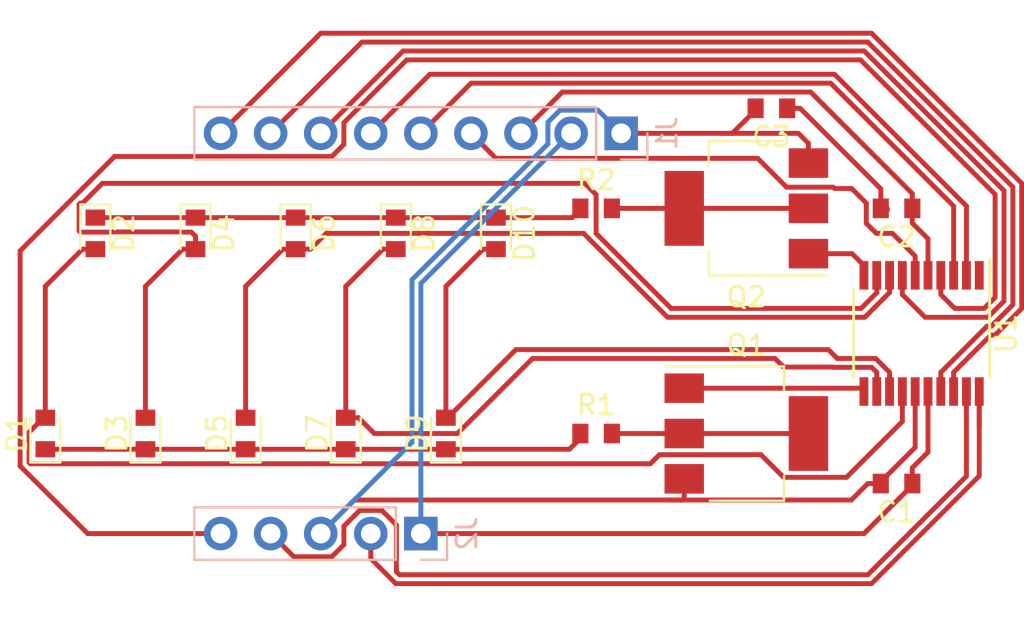
<source format=kicad_pcb>
(kicad_pcb (version 20171130) (host pcbnew "(5.0.0-rc2-dev-620-g5d71153ea)")

  (general
    (thickness 1.6)
    (drawings 0)
    (tracks 221)
    (zones 0)
    (modules 20)
    (nets 26)
  )

  (page A4)
  (layers
    (0 F.Cu signal)
    (31 B.Cu signal)
    (32 B.Adhes user)
    (33 F.Adhes user)
    (34 B.Paste user)
    (35 F.Paste user)
    (36 B.SilkS user)
    (37 F.SilkS user)
    (38 B.Mask user)
    (39 F.Mask user)
    (40 Dwgs.User user)
    (41 Cmts.User user)
    (42 Eco1.User user)
    (43 Eco2.User user)
    (44 Edge.Cuts user)
    (45 Margin user)
    (46 B.CrtYd user)
    (47 F.CrtYd user)
    (48 B.Fab user)
    (49 F.Fab user)
  )

  (setup
    (last_trace_width 0.25)
    (trace_clearance 0.2)
    (zone_clearance 0.508)
    (zone_45_only no)
    (trace_min 0.2)
    (segment_width 0.2)
    (edge_width 0.1)
    (via_size 0.8)
    (via_drill 0.4)
    (via_min_size 0.4)
    (via_min_drill 0.3)
    (uvia_size 0.3)
    (uvia_drill 0.1)
    (uvias_allowed no)
    (uvia_min_size 0.2)
    (uvia_min_drill 0.1)
    (pcb_text_width 0.3)
    (pcb_text_size 1.5 1.5)
    (mod_edge_width 0.15)
    (mod_text_size 1 1)
    (mod_text_width 0.15)
    (pad_size 1.5 1.5)
    (pad_drill 0.6)
    (pad_to_mask_clearance 0)
    (aux_axis_origin 0 0)
    (grid_origin 100.33 87.63)
    (visible_elements FFFFFF7F)
    (pcbplotparams
      (layerselection 0x010fc_ffffffff)
      (usegerberextensions false)
      (usegerberattributes false)
      (usegerberadvancedattributes false)
      (creategerberjobfile false)
      (excludeedgelayer true)
      (linewidth 0.100000)
      (plotframeref false)
      (viasonmask false)
      (mode 1)
      (useauxorigin false)
      (hpglpennumber 1)
      (hpglpenspeed 20)
      (hpglpendiameter 15)
      (psnegative false)
      (psa4output false)
      (plotreference true)
      (plotvalue true)
      (plotinvisibletext false)
      (padsonsilk false)
      (subtractmaskfromsilk false)
      (outputformat 1)
      (mirror false)
      (drillshape 1)
      (scaleselection 1)
      (outputdirectory ""))
  )

  (net 0 "")
  (net 1 /led_matrix/gnd_odd)
  (net 2 GND)
  (net 3 /led_matrix/gnd_even)
  (net 4 /led_matrix/led_01)
  (net 5 /led_matrix/led_23)
  (net 6 /led_matrix/led_45)
  (net 7 /led_matrix/led_67)
  (net 8 /led_matrix/led_89)
  (net 9 "Net-(U1-Pad1)")
  (net 10 "Net-(Q1-Pad1)")
  (net 11 "Net-(Q2-Pad1)")
  (net 12 "Net-(Q1-Pad2)")
  (net 13 "Net-(Q2-Pad2)")
  (net 14 "Net-(J2-Pad2)")
  (net 15 "Net-(J2-Pad4)")
  (net 16 "Net-(J1-Pad4)")
  (net 17 "Net-(J1-Pad5)")
  (net 18 VDD)
  (net 19 "Net-(J1-Pad6)")
  (net 20 VDDA)
  (net 21 "Net-(J2-Pad5)")
  (net 22 "Net-(C2-Pad2)")
  (net 23 "Net-(J1-Pad7)")
  (net 24 "Net-(J1-Pad8)")
  (net 25 "Net-(J1-Pad9)")

  (net_class Default "This is the default net class."
    (clearance 0.2)
    (trace_width 0.25)
    (via_dia 0.8)
    (via_drill 0.4)
    (uvia_dia 0.3)
    (uvia_drill 0.1)
    (add_net /led_matrix/gnd_even)
    (add_net /led_matrix/gnd_odd)
    (add_net /led_matrix/led_01)
    (add_net /led_matrix/led_23)
    (add_net /led_matrix/led_45)
    (add_net /led_matrix/led_67)
    (add_net /led_matrix/led_89)
    (add_net GND)
    (add_net "Net-(C2-Pad2)")
    (add_net "Net-(J1-Pad4)")
    (add_net "Net-(J1-Pad5)")
    (add_net "Net-(J1-Pad6)")
    (add_net "Net-(J1-Pad7)")
    (add_net "Net-(J1-Pad8)")
    (add_net "Net-(J1-Pad9)")
    (add_net "Net-(J2-Pad2)")
    (add_net "Net-(J2-Pad4)")
    (add_net "Net-(J2-Pad5)")
    (add_net "Net-(Q1-Pad1)")
    (add_net "Net-(Q1-Pad2)")
    (add_net "Net-(Q2-Pad1)")
    (add_net "Net-(Q2-Pad2)")
    (add_net "Net-(U1-Pad1)")
    (add_net VDD)
    (add_net VDDA)
  )

  (module Connector_PinHeader_2.54mm:PinHeader_1x05_P2.54mm_Vertical (layer B.Cu) (tedit 59FED5CC) (tstamp 5AEAB081)
    (at 120.65 97.79 90)
    (descr "Through hole straight pin header, 1x05, 2.54mm pitch, single row")
    (tags "Through hole pin header THT 1x05 2.54mm single row")
    (path /5AE7B4F9)
    (fp_text reference J2 (at 0 2.33 90) (layer B.SilkS)
      (effects (font (size 1 1) (thickness 0.15)) (justify mirror))
    )
    (fp_text value STM32_SWD (at 0 -12.49 90) (layer B.Fab)
      (effects (font (size 1 1) (thickness 0.15)) (justify mirror))
    )
    (fp_line (start -0.635 1.27) (end 1.27 1.27) (layer B.Fab) (width 0.1))
    (fp_line (start 1.27 1.27) (end 1.27 -11.43) (layer B.Fab) (width 0.1))
    (fp_line (start 1.27 -11.43) (end -1.27 -11.43) (layer B.Fab) (width 0.1))
    (fp_line (start -1.27 -11.43) (end -1.27 0.635) (layer B.Fab) (width 0.1))
    (fp_line (start -1.27 0.635) (end -0.635 1.27) (layer B.Fab) (width 0.1))
    (fp_line (start -1.33 -11.49) (end 1.33 -11.49) (layer B.SilkS) (width 0.12))
    (fp_line (start -1.33 -1.27) (end -1.33 -11.49) (layer B.SilkS) (width 0.12))
    (fp_line (start 1.33 -1.27) (end 1.33 -11.49) (layer B.SilkS) (width 0.12))
    (fp_line (start -1.33 -1.27) (end 1.33 -1.27) (layer B.SilkS) (width 0.12))
    (fp_line (start -1.33 0) (end -1.33 1.33) (layer B.SilkS) (width 0.12))
    (fp_line (start -1.33 1.33) (end 0 1.33) (layer B.SilkS) (width 0.12))
    (fp_line (start -1.8 1.8) (end -1.8 -11.95) (layer B.CrtYd) (width 0.05))
    (fp_line (start -1.8 -11.95) (end 1.8 -11.95) (layer B.CrtYd) (width 0.05))
    (fp_line (start 1.8 -11.95) (end 1.8 1.8) (layer B.CrtYd) (width 0.05))
    (fp_line (start 1.8 1.8) (end -1.8 1.8) (layer B.CrtYd) (width 0.05))
    (fp_text user %R (at 0 -5.08) (layer B.Fab)
      (effects (font (size 1 1) (thickness 0.15)) (justify mirror))
    )
    (pad 1 thru_hole rect (at 0 0 90) (size 1.7 1.7) (drill 1) (layers *.Cu *.Mask)
      (net 18 VDD))
    (pad 2 thru_hole oval (at 0 -2.54 90) (size 1.7 1.7) (drill 1) (layers *.Cu *.Mask)
      (net 14 "Net-(J2-Pad2)"))
    (pad 3 thru_hole oval (at 0 -5.08 90) (size 1.7 1.7) (drill 1) (layers *.Cu *.Mask)
      (net 2 GND))
    (pad 4 thru_hole oval (at 0 -7.62 90) (size 1.7 1.7) (drill 1) (layers *.Cu *.Mask)
      (net 15 "Net-(J2-Pad4)"))
    (pad 5 thru_hole oval (at 0 -10.16 90) (size 1.7 1.7) (drill 1) (layers *.Cu *.Mask)
      (net 21 "Net-(J2-Pad5)"))
    (model ${KISYS3DMOD}/Connector_PinHeader_2.54mm.3dshapes/PinHeader_1x05_P2.54mm_Vertical.wrl
      (at (xyz 0 0 0))
      (scale (xyz 1 1 1))
      (rotate (xyz 0 0 0))
    )
  )

  (module Connector_PinHeader_2.54mm:PinHeader_1x09_P2.54mm_Vertical (layer B.Cu) (tedit 59FED5CC) (tstamp 5AEAB065)
    (at 130.81 77.47 90)
    (descr "Through hole straight pin header, 1x09, 2.54mm pitch, single row")
    (tags "Through hole pin header THT 1x09 2.54mm single row")
    (path /5AE9A515)
    (fp_text reference J1 (at 0 2.33 90) (layer B.SilkS)
      (effects (font (size 1 1) (thickness 0.15)) (justify mirror))
    )
    (fp_text value Conn_01x09_Male (at 0 -22.65 90) (layer B.Fab)
      (effects (font (size 1 1) (thickness 0.15)) (justify mirror))
    )
    (fp_line (start -0.635 1.27) (end 1.27 1.27) (layer B.Fab) (width 0.1))
    (fp_line (start 1.27 1.27) (end 1.27 -21.59) (layer B.Fab) (width 0.1))
    (fp_line (start 1.27 -21.59) (end -1.27 -21.59) (layer B.Fab) (width 0.1))
    (fp_line (start -1.27 -21.59) (end -1.27 0.635) (layer B.Fab) (width 0.1))
    (fp_line (start -1.27 0.635) (end -0.635 1.27) (layer B.Fab) (width 0.1))
    (fp_line (start -1.33 -21.65) (end 1.33 -21.65) (layer B.SilkS) (width 0.12))
    (fp_line (start -1.33 -1.27) (end -1.33 -21.65) (layer B.SilkS) (width 0.12))
    (fp_line (start 1.33 -1.27) (end 1.33 -21.65) (layer B.SilkS) (width 0.12))
    (fp_line (start -1.33 -1.27) (end 1.33 -1.27) (layer B.SilkS) (width 0.12))
    (fp_line (start -1.33 0) (end -1.33 1.33) (layer B.SilkS) (width 0.12))
    (fp_line (start -1.33 1.33) (end 0 1.33) (layer B.SilkS) (width 0.12))
    (fp_line (start -1.8 1.8) (end -1.8 -22.1) (layer B.CrtYd) (width 0.05))
    (fp_line (start -1.8 -22.1) (end 1.8 -22.1) (layer B.CrtYd) (width 0.05))
    (fp_line (start 1.8 -22.1) (end 1.8 1.8) (layer B.CrtYd) (width 0.05))
    (fp_line (start 1.8 1.8) (end -1.8 1.8) (layer B.CrtYd) (width 0.05))
    (fp_text user %R (at 0 -10.16) (layer B.Fab)
      (effects (font (size 1 1) (thickness 0.15)) (justify mirror))
    )
    (pad 1 thru_hole rect (at 0 0 90) (size 1.7 1.7) (drill 1) (layers *.Cu *.Mask)
      (net 2 GND))
    (pad 2 thru_hole oval (at 0 -2.54 90) (size 1.7 1.7) (drill 1) (layers *.Cu *.Mask)
      (net 18 VDD))
    (pad 3 thru_hole oval (at 0 -5.08 90) (size 1.7 1.7) (drill 1) (layers *.Cu *.Mask)
      (net 20 VDDA))
    (pad 4 thru_hole oval (at 0 -7.62 90) (size 1.7 1.7) (drill 1) (layers *.Cu *.Mask)
      (net 16 "Net-(J1-Pad4)"))
    (pad 5 thru_hole oval (at 0 -10.16 90) (size 1.7 1.7) (drill 1) (layers *.Cu *.Mask)
      (net 17 "Net-(J1-Pad5)"))
    (pad 6 thru_hole oval (at 0 -12.7 90) (size 1.7 1.7) (drill 1) (layers *.Cu *.Mask)
      (net 19 "Net-(J1-Pad6)"))
    (pad 7 thru_hole oval (at 0 -15.24 90) (size 1.7 1.7) (drill 1) (layers *.Cu *.Mask)
      (net 23 "Net-(J1-Pad7)"))
    (pad 8 thru_hole oval (at 0 -17.78 90) (size 1.7 1.7) (drill 1) (layers *.Cu *.Mask)
      (net 24 "Net-(J1-Pad8)"))
    (pad 9 thru_hole oval (at 0 -20.32 90) (size 1.7 1.7) (drill 1) (layers *.Cu *.Mask)
      (net 25 "Net-(J1-Pad9)"))
    (model ${KISYS3DMOD}/Connector_PinHeader_2.54mm.3dshapes/PinHeader_1x09_P2.54mm_Vertical.wrl
      (at (xyz 0 0 0))
      (scale (xyz 1 1 1))
      (rotate (xyz 0 0 0))
    )
  )

  (module Package_SO:TSSOP-20_4.4x6.5mm_P0.65mm (layer F.Cu) (tedit 5A02F25C) (tstamp 5AEC4CE2)
    (at 146.05 87.63 270)
    (descr "20-Lead Plastic Thin Shrink Small Outline (ST)-4.4 mm Body [TSSOP] (see Microchip Packaging Specification 00000049BS.pdf)")
    (tags "SSOP 0.65")
    (path /5AE88544)
    (attr smd)
    (fp_text reference U1 (at 0 -4.3 270) (layer F.SilkS)
      (effects (font (size 1 1) (thickness 0.15)))
    )
    (fp_text value STM32F030F4Px (at 0 4.3 270) (layer F.Fab)
      (effects (font (size 1 1) (thickness 0.15)))
    )
    (fp_line (start -1.2 -3.25) (end 2.2 -3.25) (layer F.Fab) (width 0.15))
    (fp_line (start 2.2 -3.25) (end 2.2 3.25) (layer F.Fab) (width 0.15))
    (fp_line (start 2.2 3.25) (end -2.2 3.25) (layer F.Fab) (width 0.15))
    (fp_line (start -2.2 3.25) (end -2.2 -2.25) (layer F.Fab) (width 0.15))
    (fp_line (start -2.2 -2.25) (end -1.2 -3.25) (layer F.Fab) (width 0.15))
    (fp_line (start -3.95 -3.55) (end -3.95 3.55) (layer F.CrtYd) (width 0.05))
    (fp_line (start 3.95 -3.55) (end 3.95 3.55) (layer F.CrtYd) (width 0.05))
    (fp_line (start -3.95 -3.55) (end 3.95 -3.55) (layer F.CrtYd) (width 0.05))
    (fp_line (start -3.95 3.55) (end 3.95 3.55) (layer F.CrtYd) (width 0.05))
    (fp_line (start -2.225 3.45) (end 2.225 3.45) (layer F.SilkS) (width 0.15))
    (fp_line (start -3.75 -3.45) (end 2.225 -3.45) (layer F.SilkS) (width 0.15))
    (fp_text user %R (at 0 0 270) (layer F.Fab)
      (effects (font (size 0.8 0.8) (thickness 0.15)))
    )
    (pad 1 smd rect (at -2.95 -2.925 270) (size 1.45 0.45) (layers F.Cu F.Paste F.Mask)
      (net 9 "Net-(U1-Pad1)"))
    (pad 2 smd rect (at -2.95 -2.275 270) (size 1.45 0.45) (layers F.Cu F.Paste F.Mask)
      (net 19 "Net-(J1-Pad6)"))
    (pad 3 smd rect (at -2.95 -1.625 270) (size 1.45 0.45) (layers F.Cu F.Paste F.Mask)
      (net 17 "Net-(J1-Pad5)"))
    (pad 4 smd rect (at -2.95 -0.975 270) (size 1.45 0.45) (layers F.Cu F.Paste F.Mask)
      (net 21 "Net-(J2-Pad5)"))
    (pad 5 smd rect (at -2.95 -0.325 270) (size 1.45 0.45) (layers F.Cu F.Paste F.Mask)
      (net 20 VDDA))
    (pad 6 smd rect (at -2.95 0.325 270) (size 1.45 0.45) (layers F.Cu F.Paste F.Mask)
      (net 16 "Net-(J1-Pad4)"))
    (pad 7 smd rect (at -2.95 0.975 270) (size 1.45 0.45) (layers F.Cu F.Paste F.Mask)
      (net 23 "Net-(J1-Pad7)"))
    (pad 8 smd rect (at -2.95 1.625 270) (size 1.45 0.45) (layers F.Cu F.Paste F.Mask)
      (net 6 /led_matrix/led_45))
    (pad 9 smd rect (at -2.95 2.275 270) (size 1.45 0.45) (layers F.Cu F.Paste F.Mask)
      (net 5 /led_matrix/led_23))
    (pad 10 smd rect (at -2.95 2.925 270) (size 1.45 0.45) (layers F.Cu F.Paste F.Mask)
      (net 11 "Net-(Q2-Pad1)"))
    (pad 11 smd rect (at 2.95 2.925 270) (size 1.45 0.45) (layers F.Cu F.Paste F.Mask)
      (net 10 "Net-(Q1-Pad1)"))
    (pad 12 smd rect (at 2.95 2.275 270) (size 1.45 0.45) (layers F.Cu F.Paste F.Mask)
      (net 7 /led_matrix/led_67))
    (pad 13 smd rect (at 2.95 1.625 270) (size 1.45 0.45) (layers F.Cu F.Paste F.Mask)
      (net 8 /led_matrix/led_89))
    (pad 14 smd rect (at 2.95 0.975 270) (size 1.45 0.45) (layers F.Cu F.Paste F.Mask)
      (net 4 /led_matrix/led_01))
    (pad 15 smd rect (at 2.95 0.325 270) (size 1.45 0.45) (layers F.Cu F.Paste F.Mask)
      (net 2 GND))
    (pad 16 smd rect (at 2.95 -0.325 270) (size 1.45 0.45) (layers F.Cu F.Paste F.Mask)
      (net 18 VDD))
    (pad 17 smd rect (at 2.95 -0.975 270) (size 1.45 0.45) (layers F.Cu F.Paste F.Mask)
      (net 24 "Net-(J1-Pad8)"))
    (pad 18 smd rect (at 2.95 -1.625 270) (size 1.45 0.45) (layers F.Cu F.Paste F.Mask)
      (net 25 "Net-(J1-Pad9)"))
    (pad 19 smd rect (at 2.95 -2.275 270) (size 1.45 0.45) (layers F.Cu F.Paste F.Mask)
      (net 15 "Net-(J2-Pad4)"))
    (pad 20 smd rect (at 2.95 -2.925 270) (size 1.45 0.45) (layers F.Cu F.Paste F.Mask)
      (net 14 "Net-(J2-Pad2)"))
    (model ${KISYS3DMOD}/Package_SO.3dshapes/TSSOP-20_4.4x6.5mm_P0.65mm.wrl
      (at (xyz 0 0 0))
      (scale (xyz 1 1 1))
      (rotate (xyz 0 0 0))
    )
  )

  (module LED_SMD:LED_0603_1608Metric (layer F.Cu) (tedit 5AC5DB75) (tstamp 5AEB2D36)
    (at 101.6 92.71 90)
    (descr "LED SMD 0603 (1608 Metric), square (rectangular) end terminal, IPC_7351 nominal, (Body size source: http://www.tortai-tech.com/upload/download/2011102023233369053.pdf), generated with kicad-footprint-generator")
    (tags diode)
    (path /5AE7218A/5AE72670)
    (attr smd)
    (fp_text reference D1 (at 0 -1.45 90) (layer F.SilkS)
      (effects (font (size 1 1) (thickness 0.15)))
    )
    (fp_text value LED_0 (at 0 1.45 90) (layer F.Fab)
      (effects (font (size 1 1) (thickness 0.15)))
    )
    (fp_text user %R (at 0 0 90) (layer F.Fab)
      (effects (font (size 0.4 0.4) (thickness 0.06)))
    )
    (fp_line (start 1.46 0.75) (end -1.46 0.75) (layer F.CrtYd) (width 0.05))
    (fp_line (start 1.46 -0.75) (end 1.46 0.75) (layer F.CrtYd) (width 0.05))
    (fp_line (start -1.46 -0.75) (end 1.46 -0.75) (layer F.CrtYd) (width 0.05))
    (fp_line (start -1.46 0.75) (end -1.46 -0.75) (layer F.CrtYd) (width 0.05))
    (fp_line (start -1.47 0.76) (end 0.8 0.76) (layer F.SilkS) (width 0.12))
    (fp_line (start -1.47 -0.76) (end -1.47 0.76) (layer F.SilkS) (width 0.12))
    (fp_line (start 0.8 -0.76) (end -1.47 -0.76) (layer F.SilkS) (width 0.12))
    (fp_line (start 0.8 0.4) (end 0.8 -0.4) (layer F.Fab) (width 0.1))
    (fp_line (start -0.8 0.4) (end 0.8 0.4) (layer F.Fab) (width 0.1))
    (fp_line (start -0.8 -0.1) (end -0.8 0.4) (layer F.Fab) (width 0.1))
    (fp_line (start -0.5 -0.4) (end -0.8 -0.1) (layer F.Fab) (width 0.1))
    (fp_line (start 0.8 -0.4) (end -0.5 -0.4) (layer F.Fab) (width 0.1))
    (pad 2 smd rect (at 0.8 0 90) (size 0.82 1) (layers F.Cu F.Paste F.Mask)
      (net 4 /led_matrix/led_01))
    (pad 1 smd rect (at -0.8 0 90) (size 0.82 1) (layers F.Cu F.Paste F.Mask)
      (net 1 /led_matrix/gnd_odd))
    (model ${KISYS3DMOD}/LED_SMD.3dshapes/LED_0603_1608Metric.wrl
      (at (xyz 0 0 0))
      (scale (xyz 1 1 1))
      (rotate (xyz 0 0 0))
    )
  )

  (module LED_SMD:LED_0603_1608Metric (layer F.Cu) (tedit 5AC5DB75) (tstamp 5AEB2D24)
    (at 104.14 82.55 270)
    (descr "LED SMD 0603 (1608 Metric), square (rectangular) end terminal, IPC_7351 nominal, (Body size source: http://www.tortai-tech.com/upload/download/2011102023233369053.pdf), generated with kicad-footprint-generator")
    (tags diode)
    (path /5AE7218A/5AE72724)
    (attr smd)
    (fp_text reference D2 (at 0 -1.45 270) (layer F.SilkS)
      (effects (font (size 1 1) (thickness 0.15)))
    )
    (fp_text value LED_1 (at 0 1.45 270) (layer F.Fab)
      (effects (font (size 1 1) (thickness 0.15)))
    )
    (fp_line (start 0.8 -0.4) (end -0.5 -0.4) (layer F.Fab) (width 0.1))
    (fp_line (start -0.5 -0.4) (end -0.8 -0.1) (layer F.Fab) (width 0.1))
    (fp_line (start -0.8 -0.1) (end -0.8 0.4) (layer F.Fab) (width 0.1))
    (fp_line (start -0.8 0.4) (end 0.8 0.4) (layer F.Fab) (width 0.1))
    (fp_line (start 0.8 0.4) (end 0.8 -0.4) (layer F.Fab) (width 0.1))
    (fp_line (start 0.8 -0.76) (end -1.47 -0.76) (layer F.SilkS) (width 0.12))
    (fp_line (start -1.47 -0.76) (end -1.47 0.76) (layer F.SilkS) (width 0.12))
    (fp_line (start -1.47 0.76) (end 0.8 0.76) (layer F.SilkS) (width 0.12))
    (fp_line (start -1.46 0.75) (end -1.46 -0.75) (layer F.CrtYd) (width 0.05))
    (fp_line (start -1.46 -0.75) (end 1.46 -0.75) (layer F.CrtYd) (width 0.05))
    (fp_line (start 1.46 -0.75) (end 1.46 0.75) (layer F.CrtYd) (width 0.05))
    (fp_line (start 1.46 0.75) (end -1.46 0.75) (layer F.CrtYd) (width 0.05))
    (fp_text user %R (at 0 0 270) (layer F.Fab)
      (effects (font (size 0.4 0.4) (thickness 0.06)))
    )
    (pad 1 smd rect (at -0.8 0 270) (size 0.82 1) (layers F.Cu F.Paste F.Mask)
      (net 3 /led_matrix/gnd_even))
    (pad 2 smd rect (at 0.8 0 270) (size 0.82 1) (layers F.Cu F.Paste F.Mask)
      (net 4 /led_matrix/led_01))
    (model ${KISYS3DMOD}/LED_SMD.3dshapes/LED_0603_1608Metric.wrl
      (at (xyz 0 0 0))
      (scale (xyz 1 1 1))
      (rotate (xyz 0 0 0))
    )
  )

  (module LED_SMD:LED_0603_1608Metric (layer F.Cu) (tedit 5AC5DB75) (tstamp 5AEB2D12)
    (at 106.68 92.71 90)
    (descr "LED SMD 0603 (1608 Metric), square (rectangular) end terminal, IPC_7351 nominal, (Body size source: http://www.tortai-tech.com/upload/download/2011102023233369053.pdf), generated with kicad-footprint-generator")
    (tags diode)
    (path /5AE7218A/5AE72957)
    (attr smd)
    (fp_text reference D3 (at 0 -1.45 90) (layer F.SilkS)
      (effects (font (size 1 1) (thickness 0.15)))
    )
    (fp_text value LED_2 (at 0 1.45 90) (layer F.Fab)
      (effects (font (size 1 1) (thickness 0.15)))
    )
    (fp_text user %R (at 0 0 90) (layer F.Fab)
      (effects (font (size 0.4 0.4) (thickness 0.06)))
    )
    (fp_line (start 1.46 0.75) (end -1.46 0.75) (layer F.CrtYd) (width 0.05))
    (fp_line (start 1.46 -0.75) (end 1.46 0.75) (layer F.CrtYd) (width 0.05))
    (fp_line (start -1.46 -0.75) (end 1.46 -0.75) (layer F.CrtYd) (width 0.05))
    (fp_line (start -1.46 0.75) (end -1.46 -0.75) (layer F.CrtYd) (width 0.05))
    (fp_line (start -1.47 0.76) (end 0.8 0.76) (layer F.SilkS) (width 0.12))
    (fp_line (start -1.47 -0.76) (end -1.47 0.76) (layer F.SilkS) (width 0.12))
    (fp_line (start 0.8 -0.76) (end -1.47 -0.76) (layer F.SilkS) (width 0.12))
    (fp_line (start 0.8 0.4) (end 0.8 -0.4) (layer F.Fab) (width 0.1))
    (fp_line (start -0.8 0.4) (end 0.8 0.4) (layer F.Fab) (width 0.1))
    (fp_line (start -0.8 -0.1) (end -0.8 0.4) (layer F.Fab) (width 0.1))
    (fp_line (start -0.5 -0.4) (end -0.8 -0.1) (layer F.Fab) (width 0.1))
    (fp_line (start 0.8 -0.4) (end -0.5 -0.4) (layer F.Fab) (width 0.1))
    (pad 2 smd rect (at 0.8 0 90) (size 0.82 1) (layers F.Cu F.Paste F.Mask)
      (net 5 /led_matrix/led_23))
    (pad 1 smd rect (at -0.8 0 90) (size 0.82 1) (layers F.Cu F.Paste F.Mask)
      (net 1 /led_matrix/gnd_odd))
    (model ${KISYS3DMOD}/LED_SMD.3dshapes/LED_0603_1608Metric.wrl
      (at (xyz 0 0 0))
      (scale (xyz 1 1 1))
      (rotate (xyz 0 0 0))
    )
  )

  (module LED_SMD:LED_0603_1608Metric (layer F.Cu) (tedit 5AC5DB75) (tstamp 5AEB2D00)
    (at 109.22 82.55 270)
    (descr "LED SMD 0603 (1608 Metric), square (rectangular) end terminal, IPC_7351 nominal, (Body size source: http://www.tortai-tech.com/upload/download/2011102023233369053.pdf), generated with kicad-footprint-generator")
    (tags diode)
    (path /5AE7218A/5AE729C8)
    (attr smd)
    (fp_text reference D4 (at 0 -1.45 270) (layer F.SilkS)
      (effects (font (size 1 1) (thickness 0.15)))
    )
    (fp_text value LED_3 (at 0 1.45 270) (layer F.Fab)
      (effects (font (size 1 1) (thickness 0.15)))
    )
    (fp_line (start 0.8 -0.4) (end -0.5 -0.4) (layer F.Fab) (width 0.1))
    (fp_line (start -0.5 -0.4) (end -0.8 -0.1) (layer F.Fab) (width 0.1))
    (fp_line (start -0.8 -0.1) (end -0.8 0.4) (layer F.Fab) (width 0.1))
    (fp_line (start -0.8 0.4) (end 0.8 0.4) (layer F.Fab) (width 0.1))
    (fp_line (start 0.8 0.4) (end 0.8 -0.4) (layer F.Fab) (width 0.1))
    (fp_line (start 0.8 -0.76) (end -1.47 -0.76) (layer F.SilkS) (width 0.12))
    (fp_line (start -1.47 -0.76) (end -1.47 0.76) (layer F.SilkS) (width 0.12))
    (fp_line (start -1.47 0.76) (end 0.8 0.76) (layer F.SilkS) (width 0.12))
    (fp_line (start -1.46 0.75) (end -1.46 -0.75) (layer F.CrtYd) (width 0.05))
    (fp_line (start -1.46 -0.75) (end 1.46 -0.75) (layer F.CrtYd) (width 0.05))
    (fp_line (start 1.46 -0.75) (end 1.46 0.75) (layer F.CrtYd) (width 0.05))
    (fp_line (start 1.46 0.75) (end -1.46 0.75) (layer F.CrtYd) (width 0.05))
    (fp_text user %R (at 0 0 270) (layer F.Fab)
      (effects (font (size 0.4 0.4) (thickness 0.06)))
    )
    (pad 1 smd rect (at -0.8 0 270) (size 0.82 1) (layers F.Cu F.Paste F.Mask)
      (net 3 /led_matrix/gnd_even))
    (pad 2 smd rect (at 0.8 0 270) (size 0.82 1) (layers F.Cu F.Paste F.Mask)
      (net 5 /led_matrix/led_23))
    (model ${KISYS3DMOD}/LED_SMD.3dshapes/LED_0603_1608Metric.wrl
      (at (xyz 0 0 0))
      (scale (xyz 1 1 1))
      (rotate (xyz 0 0 0))
    )
  )

  (module LED_SMD:LED_0603_1608Metric (layer F.Cu) (tedit 5AC5DB75) (tstamp 5AEB2CEE)
    (at 111.76 92.71 90)
    (descr "LED SMD 0603 (1608 Metric), square (rectangular) end terminal, IPC_7351 nominal, (Body size source: http://www.tortai-tech.com/upload/download/2011102023233369053.pdf), generated with kicad-footprint-generator")
    (tags diode)
    (path /5AE7218A/5AE72A64)
    (attr smd)
    (fp_text reference D5 (at 0 -1.45 90) (layer F.SilkS)
      (effects (font (size 1 1) (thickness 0.15)))
    )
    (fp_text value LED_4 (at 0 1.45 90) (layer F.Fab)
      (effects (font (size 1 1) (thickness 0.15)))
    )
    (fp_text user %R (at 0 0 90) (layer F.Fab)
      (effects (font (size 0.4 0.4) (thickness 0.06)))
    )
    (fp_line (start 1.46 0.75) (end -1.46 0.75) (layer F.CrtYd) (width 0.05))
    (fp_line (start 1.46 -0.75) (end 1.46 0.75) (layer F.CrtYd) (width 0.05))
    (fp_line (start -1.46 -0.75) (end 1.46 -0.75) (layer F.CrtYd) (width 0.05))
    (fp_line (start -1.46 0.75) (end -1.46 -0.75) (layer F.CrtYd) (width 0.05))
    (fp_line (start -1.47 0.76) (end 0.8 0.76) (layer F.SilkS) (width 0.12))
    (fp_line (start -1.47 -0.76) (end -1.47 0.76) (layer F.SilkS) (width 0.12))
    (fp_line (start 0.8 -0.76) (end -1.47 -0.76) (layer F.SilkS) (width 0.12))
    (fp_line (start 0.8 0.4) (end 0.8 -0.4) (layer F.Fab) (width 0.1))
    (fp_line (start -0.8 0.4) (end 0.8 0.4) (layer F.Fab) (width 0.1))
    (fp_line (start -0.8 -0.1) (end -0.8 0.4) (layer F.Fab) (width 0.1))
    (fp_line (start -0.5 -0.4) (end -0.8 -0.1) (layer F.Fab) (width 0.1))
    (fp_line (start 0.8 -0.4) (end -0.5 -0.4) (layer F.Fab) (width 0.1))
    (pad 2 smd rect (at 0.8 0 90) (size 0.82 1) (layers F.Cu F.Paste F.Mask)
      (net 6 /led_matrix/led_45))
    (pad 1 smd rect (at -0.8 0 90) (size 0.82 1) (layers F.Cu F.Paste F.Mask)
      (net 1 /led_matrix/gnd_odd))
    (model ${KISYS3DMOD}/LED_SMD.3dshapes/LED_0603_1608Metric.wrl
      (at (xyz 0 0 0))
      (scale (xyz 1 1 1))
      (rotate (xyz 0 0 0))
    )
  )

  (module LED_SMD:LED_0603_1608Metric (layer F.Cu) (tedit 5AC5DB75) (tstamp 5AEB2CDC)
    (at 114.3 82.55 270)
    (descr "LED SMD 0603 (1608 Metric), square (rectangular) end terminal, IPC_7351 nominal, (Body size source: http://www.tortai-tech.com/upload/download/2011102023233369053.pdf), generated with kicad-footprint-generator")
    (tags diode)
    (path /5AE7218A/5AE72A97)
    (attr smd)
    (fp_text reference D6 (at 0 -1.45 270) (layer F.SilkS)
      (effects (font (size 1 1) (thickness 0.15)))
    )
    (fp_text value LED_5 (at 0 1.45 270) (layer F.Fab)
      (effects (font (size 1 1) (thickness 0.15)))
    )
    (fp_line (start 0.8 -0.4) (end -0.5 -0.4) (layer F.Fab) (width 0.1))
    (fp_line (start -0.5 -0.4) (end -0.8 -0.1) (layer F.Fab) (width 0.1))
    (fp_line (start -0.8 -0.1) (end -0.8 0.4) (layer F.Fab) (width 0.1))
    (fp_line (start -0.8 0.4) (end 0.8 0.4) (layer F.Fab) (width 0.1))
    (fp_line (start 0.8 0.4) (end 0.8 -0.4) (layer F.Fab) (width 0.1))
    (fp_line (start 0.8 -0.76) (end -1.47 -0.76) (layer F.SilkS) (width 0.12))
    (fp_line (start -1.47 -0.76) (end -1.47 0.76) (layer F.SilkS) (width 0.12))
    (fp_line (start -1.47 0.76) (end 0.8 0.76) (layer F.SilkS) (width 0.12))
    (fp_line (start -1.46 0.75) (end -1.46 -0.75) (layer F.CrtYd) (width 0.05))
    (fp_line (start -1.46 -0.75) (end 1.46 -0.75) (layer F.CrtYd) (width 0.05))
    (fp_line (start 1.46 -0.75) (end 1.46 0.75) (layer F.CrtYd) (width 0.05))
    (fp_line (start 1.46 0.75) (end -1.46 0.75) (layer F.CrtYd) (width 0.05))
    (fp_text user %R (at 0 0 270) (layer F.Fab)
      (effects (font (size 0.4 0.4) (thickness 0.06)))
    )
    (pad 1 smd rect (at -0.8 0 270) (size 0.82 1) (layers F.Cu F.Paste F.Mask)
      (net 3 /led_matrix/gnd_even))
    (pad 2 smd rect (at 0.8 0 270) (size 0.82 1) (layers F.Cu F.Paste F.Mask)
      (net 6 /led_matrix/led_45))
    (model ${KISYS3DMOD}/LED_SMD.3dshapes/LED_0603_1608Metric.wrl
      (at (xyz 0 0 0))
      (scale (xyz 1 1 1))
      (rotate (xyz 0 0 0))
    )
  )

  (module LED_SMD:LED_0603_1608Metric (layer F.Cu) (tedit 5AC5DB75) (tstamp 5AEB2CCA)
    (at 119.38 82.55 270)
    (descr "LED SMD 0603 (1608 Metric), square (rectangular) end terminal, IPC_7351 nominal, (Body size source: http://www.tortai-tech.com/upload/download/2011102023233369053.pdf), generated with kicad-footprint-generator")
    (tags diode)
    (path /5AE7218A/5AE72D3A)
    (attr smd)
    (fp_text reference D8 (at 0 -1.45 270) (layer F.SilkS)
      (effects (font (size 1 1) (thickness 0.15)))
    )
    (fp_text value LED_7 (at 0 1.45 270) (layer F.Fab)
      (effects (font (size 1 1) (thickness 0.15)))
    )
    (fp_text user %R (at 0 0 270) (layer F.Fab)
      (effects (font (size 0.4 0.4) (thickness 0.06)))
    )
    (fp_line (start 1.46 0.75) (end -1.46 0.75) (layer F.CrtYd) (width 0.05))
    (fp_line (start 1.46 -0.75) (end 1.46 0.75) (layer F.CrtYd) (width 0.05))
    (fp_line (start -1.46 -0.75) (end 1.46 -0.75) (layer F.CrtYd) (width 0.05))
    (fp_line (start -1.46 0.75) (end -1.46 -0.75) (layer F.CrtYd) (width 0.05))
    (fp_line (start -1.47 0.76) (end 0.8 0.76) (layer F.SilkS) (width 0.12))
    (fp_line (start -1.47 -0.76) (end -1.47 0.76) (layer F.SilkS) (width 0.12))
    (fp_line (start 0.8 -0.76) (end -1.47 -0.76) (layer F.SilkS) (width 0.12))
    (fp_line (start 0.8 0.4) (end 0.8 -0.4) (layer F.Fab) (width 0.1))
    (fp_line (start -0.8 0.4) (end 0.8 0.4) (layer F.Fab) (width 0.1))
    (fp_line (start -0.8 -0.1) (end -0.8 0.4) (layer F.Fab) (width 0.1))
    (fp_line (start -0.5 -0.4) (end -0.8 -0.1) (layer F.Fab) (width 0.1))
    (fp_line (start 0.8 -0.4) (end -0.5 -0.4) (layer F.Fab) (width 0.1))
    (pad 2 smd rect (at 0.8 0 270) (size 0.82 1) (layers F.Cu F.Paste F.Mask)
      (net 7 /led_matrix/led_67))
    (pad 1 smd rect (at -0.8 0 270) (size 0.82 1) (layers F.Cu F.Paste F.Mask)
      (net 3 /led_matrix/gnd_even))
    (model ${KISYS3DMOD}/LED_SMD.3dshapes/LED_0603_1608Metric.wrl
      (at (xyz 0 0 0))
      (scale (xyz 1 1 1))
      (rotate (xyz 0 0 0))
    )
  )

  (module LED_SMD:LED_0603_1608Metric (layer F.Cu) (tedit 5AC5DB75) (tstamp 5AEB2CB8)
    (at 121.92 92.71 90)
    (descr "LED SMD 0603 (1608 Metric), square (rectangular) end terminal, IPC_7351 nominal, (Body size source: http://www.tortai-tech.com/upload/download/2011102023233369053.pdf), generated with kicad-footprint-generator")
    (tags diode)
    (path /5AE7218A/5AE72DF4)
    (attr smd)
    (fp_text reference D9 (at 0 -1.45 90) (layer F.SilkS)
      (effects (font (size 1 1) (thickness 0.15)))
    )
    (fp_text value LED_8 (at 0 1.45 90) (layer F.Fab)
      (effects (font (size 1 1) (thickness 0.15)))
    )
    (fp_line (start 0.8 -0.4) (end -0.5 -0.4) (layer F.Fab) (width 0.1))
    (fp_line (start -0.5 -0.4) (end -0.8 -0.1) (layer F.Fab) (width 0.1))
    (fp_line (start -0.8 -0.1) (end -0.8 0.4) (layer F.Fab) (width 0.1))
    (fp_line (start -0.8 0.4) (end 0.8 0.4) (layer F.Fab) (width 0.1))
    (fp_line (start 0.8 0.4) (end 0.8 -0.4) (layer F.Fab) (width 0.1))
    (fp_line (start 0.8 -0.76) (end -1.47 -0.76) (layer F.SilkS) (width 0.12))
    (fp_line (start -1.47 -0.76) (end -1.47 0.76) (layer F.SilkS) (width 0.12))
    (fp_line (start -1.47 0.76) (end 0.8 0.76) (layer F.SilkS) (width 0.12))
    (fp_line (start -1.46 0.75) (end -1.46 -0.75) (layer F.CrtYd) (width 0.05))
    (fp_line (start -1.46 -0.75) (end 1.46 -0.75) (layer F.CrtYd) (width 0.05))
    (fp_line (start 1.46 -0.75) (end 1.46 0.75) (layer F.CrtYd) (width 0.05))
    (fp_line (start 1.46 0.75) (end -1.46 0.75) (layer F.CrtYd) (width 0.05))
    (fp_text user %R (at 0 0 90) (layer F.Fab)
      (effects (font (size 0.4 0.4) (thickness 0.06)))
    )
    (pad 1 smd rect (at -0.8 0 90) (size 0.82 1) (layers F.Cu F.Paste F.Mask)
      (net 1 /led_matrix/gnd_odd))
    (pad 2 smd rect (at 0.8 0 90) (size 0.82 1) (layers F.Cu F.Paste F.Mask)
      (net 8 /led_matrix/led_89))
    (model ${KISYS3DMOD}/LED_SMD.3dshapes/LED_0603_1608Metric.wrl
      (at (xyz 0 0 0))
      (scale (xyz 1 1 1))
      (rotate (xyz 0 0 0))
    )
  )

  (module LED_SMD:LED_0603_1608Metric (layer F.Cu) (tedit 5AC5DB75) (tstamp 5AEB2CA6)
    (at 124.46 82.55 270)
    (descr "LED SMD 0603 (1608 Metric), square (rectangular) end terminal, IPC_7351 nominal, (Body size source: http://www.tortai-tech.com/upload/download/2011102023233369053.pdf), generated with kicad-footprint-generator")
    (tags diode)
    (path /5AE7218A/5AE72DFB)
    (attr smd)
    (fp_text reference D10 (at 0 -1.45 270) (layer F.SilkS)
      (effects (font (size 1 1) (thickness 0.15)))
    )
    (fp_text value LED_9 (at 0 1.45 270) (layer F.Fab)
      (effects (font (size 1 1) (thickness 0.15)))
    )
    (fp_text user %R (at 0 0 270) (layer F.Fab)
      (effects (font (size 0.4 0.4) (thickness 0.06)))
    )
    (fp_line (start 1.46 0.75) (end -1.46 0.75) (layer F.CrtYd) (width 0.05))
    (fp_line (start 1.46 -0.75) (end 1.46 0.75) (layer F.CrtYd) (width 0.05))
    (fp_line (start -1.46 -0.75) (end 1.46 -0.75) (layer F.CrtYd) (width 0.05))
    (fp_line (start -1.46 0.75) (end -1.46 -0.75) (layer F.CrtYd) (width 0.05))
    (fp_line (start -1.47 0.76) (end 0.8 0.76) (layer F.SilkS) (width 0.12))
    (fp_line (start -1.47 -0.76) (end -1.47 0.76) (layer F.SilkS) (width 0.12))
    (fp_line (start 0.8 -0.76) (end -1.47 -0.76) (layer F.SilkS) (width 0.12))
    (fp_line (start 0.8 0.4) (end 0.8 -0.4) (layer F.Fab) (width 0.1))
    (fp_line (start -0.8 0.4) (end 0.8 0.4) (layer F.Fab) (width 0.1))
    (fp_line (start -0.8 -0.1) (end -0.8 0.4) (layer F.Fab) (width 0.1))
    (fp_line (start -0.5 -0.4) (end -0.8 -0.1) (layer F.Fab) (width 0.1))
    (fp_line (start 0.8 -0.4) (end -0.5 -0.4) (layer F.Fab) (width 0.1))
    (pad 2 smd rect (at 0.8 0 270) (size 0.82 1) (layers F.Cu F.Paste F.Mask)
      (net 8 /led_matrix/led_89))
    (pad 1 smd rect (at -0.8 0 270) (size 0.82 1) (layers F.Cu F.Paste F.Mask)
      (net 3 /led_matrix/gnd_even))
    (model ${KISYS3DMOD}/LED_SMD.3dshapes/LED_0603_1608Metric.wrl
      (at (xyz 0 0 0))
      (scale (xyz 1 1 1))
      (rotate (xyz 0 0 0))
    )
  )

  (module LED_SMD:LED_0603_1608Metric (layer F.Cu) (tedit 5AC5DB75) (tstamp 5AEB2C94)
    (at 116.84 92.71 90)
    (descr "LED SMD 0603 (1608 Metric), square (rectangular) end terminal, IPC_7351 nominal, (Body size source: http://www.tortai-tech.com/upload/download/2011102023233369053.pdf), generated with kicad-footprint-generator")
    (tags diode)
    (path /5AE7218A/5AE72D33)
    (attr smd)
    (fp_text reference D7 (at 0 -1.45 90) (layer F.SilkS)
      (effects (font (size 1 1) (thickness 0.15)))
    )
    (fp_text value LED_6 (at 0 1.45 90) (layer F.Fab)
      (effects (font (size 1 1) (thickness 0.15)))
    )
    (fp_line (start 0.8 -0.4) (end -0.5 -0.4) (layer F.Fab) (width 0.1))
    (fp_line (start -0.5 -0.4) (end -0.8 -0.1) (layer F.Fab) (width 0.1))
    (fp_line (start -0.8 -0.1) (end -0.8 0.4) (layer F.Fab) (width 0.1))
    (fp_line (start -0.8 0.4) (end 0.8 0.4) (layer F.Fab) (width 0.1))
    (fp_line (start 0.8 0.4) (end 0.8 -0.4) (layer F.Fab) (width 0.1))
    (fp_line (start 0.8 -0.76) (end -1.47 -0.76) (layer F.SilkS) (width 0.12))
    (fp_line (start -1.47 -0.76) (end -1.47 0.76) (layer F.SilkS) (width 0.12))
    (fp_line (start -1.47 0.76) (end 0.8 0.76) (layer F.SilkS) (width 0.12))
    (fp_line (start -1.46 0.75) (end -1.46 -0.75) (layer F.CrtYd) (width 0.05))
    (fp_line (start -1.46 -0.75) (end 1.46 -0.75) (layer F.CrtYd) (width 0.05))
    (fp_line (start 1.46 -0.75) (end 1.46 0.75) (layer F.CrtYd) (width 0.05))
    (fp_line (start 1.46 0.75) (end -1.46 0.75) (layer F.CrtYd) (width 0.05))
    (fp_text user %R (at 0 0 90) (layer F.Fab)
      (effects (font (size 0.4 0.4) (thickness 0.06)))
    )
    (pad 1 smd rect (at -0.8 0 90) (size 0.82 1) (layers F.Cu F.Paste F.Mask)
      (net 1 /led_matrix/gnd_odd))
    (pad 2 smd rect (at 0.8 0 90) (size 0.82 1) (layers F.Cu F.Paste F.Mask)
      (net 7 /led_matrix/led_67))
    (model ${KISYS3DMOD}/LED_SMD.3dshapes/LED_0603_1608Metric.wrl
      (at (xyz 0 0 0))
      (scale (xyz 1 1 1))
      (rotate (xyz 0 0 0))
    )
  )

  (module Resistor_SMD:R_0603_1608Metric (layer F.Cu) (tedit 5AC5DB74) (tstamp 5AEA2300)
    (at 129.54 81.28)
    (descr "Resistor SMD 0603 (1608 Metric), square (rectangular) end terminal, IPC_7351 nominal, (Body size source: http://www.tortai-tech.com/upload/download/2011102023233369053.pdf), generated with kicad-footprint-generator")
    (tags resistor)
    (path /5AE7A758)
    (attr smd)
    (fp_text reference R2 (at 0 -1.45) (layer F.SilkS)
      (effects (font (size 1 1) (thickness 0.15)))
    )
    (fp_text value 100 (at 0 1.45) (layer F.Fab)
      (effects (font (size 1 1) (thickness 0.15)))
    )
    (fp_text user %R (at 0 0) (layer F.Fab)
      (effects (font (size 0.4 0.4) (thickness 0.06)))
    )
    (fp_line (start 1.46 0.75) (end -1.46 0.75) (layer F.CrtYd) (width 0.05))
    (fp_line (start 1.46 -0.75) (end 1.46 0.75) (layer F.CrtYd) (width 0.05))
    (fp_line (start -1.46 -0.75) (end 1.46 -0.75) (layer F.CrtYd) (width 0.05))
    (fp_line (start -1.46 0.75) (end -1.46 -0.75) (layer F.CrtYd) (width 0.05))
    (fp_line (start 0.8 0.4) (end -0.8 0.4) (layer F.Fab) (width 0.1))
    (fp_line (start 0.8 -0.4) (end 0.8 0.4) (layer F.Fab) (width 0.1))
    (fp_line (start -0.8 -0.4) (end 0.8 -0.4) (layer F.Fab) (width 0.1))
    (fp_line (start -0.8 0.4) (end -0.8 -0.4) (layer F.Fab) (width 0.1))
    (pad 2 smd rect (at 0.8 0) (size 0.82 1) (layers F.Cu F.Paste F.Mask)
      (net 13 "Net-(Q2-Pad2)"))
    (pad 1 smd rect (at -0.8 0) (size 0.82 1) (layers F.Cu F.Paste F.Mask)
      (net 3 /led_matrix/gnd_even))
    (model ${KISYS3DMOD}/Resistor_SMD.3dshapes/R_0603_1608Metric.wrl
      (at (xyz 0 0 0))
      (scale (xyz 1 1 1))
      (rotate (xyz 0 0 0))
    )
  )

  (module Resistor_SMD:R_0603_1608Metric (layer F.Cu) (tedit 5AC5DB74) (tstamp 5AEA22F2)
    (at 129.54 92.71)
    (descr "Resistor SMD 0603 (1608 Metric), square (rectangular) end terminal, IPC_7351 nominal, (Body size source: http://www.tortai-tech.com/upload/download/2011102023233369053.pdf), generated with kicad-footprint-generator")
    (tags resistor)
    (path /5AE79FB7)
    (attr smd)
    (fp_text reference R1 (at 0 -1.45) (layer F.SilkS)
      (effects (font (size 1 1) (thickness 0.15)))
    )
    (fp_text value 100 (at 0 1.45) (layer F.Fab)
      (effects (font (size 1 1) (thickness 0.15)))
    )
    (fp_line (start -0.8 0.4) (end -0.8 -0.4) (layer F.Fab) (width 0.1))
    (fp_line (start -0.8 -0.4) (end 0.8 -0.4) (layer F.Fab) (width 0.1))
    (fp_line (start 0.8 -0.4) (end 0.8 0.4) (layer F.Fab) (width 0.1))
    (fp_line (start 0.8 0.4) (end -0.8 0.4) (layer F.Fab) (width 0.1))
    (fp_line (start -1.46 0.75) (end -1.46 -0.75) (layer F.CrtYd) (width 0.05))
    (fp_line (start -1.46 -0.75) (end 1.46 -0.75) (layer F.CrtYd) (width 0.05))
    (fp_line (start 1.46 -0.75) (end 1.46 0.75) (layer F.CrtYd) (width 0.05))
    (fp_line (start 1.46 0.75) (end -1.46 0.75) (layer F.CrtYd) (width 0.05))
    (fp_text user %R (at 0 0) (layer F.Fab)
      (effects (font (size 0.4 0.4) (thickness 0.06)))
    )
    (pad 1 smd rect (at -0.8 0) (size 0.82 1) (layers F.Cu F.Paste F.Mask)
      (net 1 /led_matrix/gnd_odd))
    (pad 2 smd rect (at 0.8 0) (size 0.82 1) (layers F.Cu F.Paste F.Mask)
      (net 12 "Net-(Q1-Pad2)"))
    (model ${KISYS3DMOD}/Resistor_SMD.3dshapes/R_0603_1608Metric.wrl
      (at (xyz 0 0 0))
      (scale (xyz 1 1 1))
      (rotate (xyz 0 0 0))
    )
  )

  (module Capacitor_SMD:C_0603_1608Metric (layer F.Cu) (tedit 5AC5DB74) (tstamp 5AE91A70)
    (at 144.78 95.25 180)
    (descr "Capacitor SMD 0603 (1608 Metric), square (rectangular) end terminal, IPC_7351 nominal, (Body size source: http://www.tortai-tech.com/upload/download/2011102023233369053.pdf), generated with kicad-footprint-generator")
    (tags capacitor)
    (path /5AE8E71F)
    (attr smd)
    (fp_text reference C1 (at 0 -1.45 180) (layer F.SilkS)
      (effects (font (size 1 1) (thickness 0.15)))
    )
    (fp_text value CP (at 0 1.45 180) (layer F.Fab)
      (effects (font (size 1 1) (thickness 0.15)))
    )
    (fp_line (start -0.8 0.4) (end -0.8 -0.4) (layer F.Fab) (width 0.1))
    (fp_line (start -0.8 -0.4) (end 0.8 -0.4) (layer F.Fab) (width 0.1))
    (fp_line (start 0.8 -0.4) (end 0.8 0.4) (layer F.Fab) (width 0.1))
    (fp_line (start 0.8 0.4) (end -0.8 0.4) (layer F.Fab) (width 0.1))
    (fp_line (start -1.46 0.75) (end -1.46 -0.75) (layer F.CrtYd) (width 0.05))
    (fp_line (start -1.46 -0.75) (end 1.46 -0.75) (layer F.CrtYd) (width 0.05))
    (fp_line (start 1.46 -0.75) (end 1.46 0.75) (layer F.CrtYd) (width 0.05))
    (fp_line (start 1.46 0.75) (end -1.46 0.75) (layer F.CrtYd) (width 0.05))
    (fp_text user %R (at 0 0 180) (layer F.Fab)
      (effects (font (size 0.4 0.4) (thickness 0.06)))
    )
    (pad 1 smd rect (at -0.8 0 180) (size 0.82 1) (layers F.Cu F.Paste F.Mask)
      (net 18 VDD))
    (pad 2 smd rect (at 0.8 0 180) (size 0.82 1) (layers F.Cu F.Paste F.Mask)
      (net 2 GND))
    (model ${KISYS3DMOD}/Capacitor_SMD.3dshapes/C_0603_1608Metric.wrl
      (at (xyz 0 0 0))
      (scale (xyz 1 1 1))
      (rotate (xyz 0 0 0))
    )
  )

  (module Capacitor_SMD:C_0603_1608Metric (layer F.Cu) (tedit 5AC5DB74) (tstamp 5AE91A61)
    (at 144.78 81.28 180)
    (descr "Capacitor SMD 0603 (1608 Metric), square (rectangular) end terminal, IPC_7351 nominal, (Body size source: http://www.tortai-tech.com/upload/download/2011102023233369053.pdf), generated with kicad-footprint-generator")
    (tags capacitor)
    (path /5AE8E5A1)
    (attr smd)
    (fp_text reference C2 (at 0 -1.45 180) (layer F.SilkS)
      (effects (font (size 1 1) (thickness 0.15)))
    )
    (fp_text value CP (at 0 1.45 180) (layer F.Fab)
      (effects (font (size 1 1) (thickness 0.15)))
    )
    (fp_text user %R (at 0 0 180) (layer F.Fab)
      (effects (font (size 0.4 0.4) (thickness 0.06)))
    )
    (fp_line (start 1.46 0.75) (end -1.46 0.75) (layer F.CrtYd) (width 0.05))
    (fp_line (start 1.46 -0.75) (end 1.46 0.75) (layer F.CrtYd) (width 0.05))
    (fp_line (start -1.46 -0.75) (end 1.46 -0.75) (layer F.CrtYd) (width 0.05))
    (fp_line (start -1.46 0.75) (end -1.46 -0.75) (layer F.CrtYd) (width 0.05))
    (fp_line (start 0.8 0.4) (end -0.8 0.4) (layer F.Fab) (width 0.1))
    (fp_line (start 0.8 -0.4) (end 0.8 0.4) (layer F.Fab) (width 0.1))
    (fp_line (start -0.8 -0.4) (end 0.8 -0.4) (layer F.Fab) (width 0.1))
    (fp_line (start -0.8 0.4) (end -0.8 -0.4) (layer F.Fab) (width 0.1))
    (pad 2 smd rect (at 0.8 0 180) (size 0.82 1) (layers F.Cu F.Paste F.Mask)
      (net 22 "Net-(C2-Pad2)"))
    (pad 1 smd rect (at -0.8 0 180) (size 0.82 1) (layers F.Cu F.Paste F.Mask)
      (net 20 VDDA))
    (model ${KISYS3DMOD}/Capacitor_SMD.3dshapes/C_0603_1608Metric.wrl
      (at (xyz 0 0 0))
      (scale (xyz 1 1 1))
      (rotate (xyz 0 0 0))
    )
  )

  (module Capacitor_SMD:C_0603_1608Metric (layer F.Cu) (tedit 5AC5DB74) (tstamp 5AE91A52)
    (at 138.43 76.2 180)
    (descr "Capacitor SMD 0603 (1608 Metric), square (rectangular) end terminal, IPC_7351 nominal, (Body size source: http://www.tortai-tech.com/upload/download/2011102023233369053.pdf), generated with kicad-footprint-generator")
    (tags capacitor)
    (path /5AE8E65E)
    (attr smd)
    (fp_text reference C3 (at 0 -1.45 180) (layer F.SilkS)
      (effects (font (size 1 1) (thickness 0.15)))
    )
    (fp_text value CP (at 0 1.45 180) (layer F.Fab)
      (effects (font (size 1 1) (thickness 0.15)))
    )
    (fp_line (start -0.8 0.4) (end -0.8 -0.4) (layer F.Fab) (width 0.1))
    (fp_line (start -0.8 -0.4) (end 0.8 -0.4) (layer F.Fab) (width 0.1))
    (fp_line (start 0.8 -0.4) (end 0.8 0.4) (layer F.Fab) (width 0.1))
    (fp_line (start 0.8 0.4) (end -0.8 0.4) (layer F.Fab) (width 0.1))
    (fp_line (start -1.46 0.75) (end -1.46 -0.75) (layer F.CrtYd) (width 0.05))
    (fp_line (start -1.46 -0.75) (end 1.46 -0.75) (layer F.CrtYd) (width 0.05))
    (fp_line (start 1.46 -0.75) (end 1.46 0.75) (layer F.CrtYd) (width 0.05))
    (fp_line (start 1.46 0.75) (end -1.46 0.75) (layer F.CrtYd) (width 0.05))
    (fp_text user %R (at 0 0 180) (layer F.Fab)
      (effects (font (size 0.4 0.4) (thickness 0.06)))
    )
    (pad 1 smd rect (at -0.8 0 180) (size 0.82 1) (layers F.Cu F.Paste F.Mask)
      (net 22 "Net-(C2-Pad2)"))
    (pad 2 smd rect (at 0.8 0 180) (size 0.82 1) (layers F.Cu F.Paste F.Mask)
      (net 2 GND))
    (model ${KISYS3DMOD}/Capacitor_SMD.3dshapes/C_0603_1608Metric.wrl
      (at (xyz 0 0 0))
      (scale (xyz 1 1 1))
      (rotate (xyz 0 0 0))
    )
  )

  (module Package_TO_SOT_SMD:SOT-223-3_TabPin2 (layer F.Cu) (tedit 5A02FF57) (tstamp 5AE8D886)
    (at 137.16 81.28 180)
    (descr "module CMS SOT223 4 pins")
    (tags "CMS SOT")
    (path /5AE7533B)
    (attr smd)
    (fp_text reference Q2 (at 0 -4.5 180) (layer F.SilkS)
      (effects (font (size 1 1) (thickness 0.15)))
    )
    (fp_text value PZT2222A (at 0 4.5 180) (layer F.Fab)
      (effects (font (size 1 1) (thickness 0.15)))
    )
    (fp_line (start 1.85 -3.35) (end 1.85 3.35) (layer F.Fab) (width 0.1))
    (fp_line (start -1.85 3.35) (end 1.85 3.35) (layer F.Fab) (width 0.1))
    (fp_line (start -4.1 -3.41) (end 1.91 -3.41) (layer F.SilkS) (width 0.12))
    (fp_line (start -0.85 -3.35) (end 1.85 -3.35) (layer F.Fab) (width 0.1))
    (fp_line (start -1.85 3.41) (end 1.91 3.41) (layer F.SilkS) (width 0.12))
    (fp_line (start -1.85 -2.35) (end -1.85 3.35) (layer F.Fab) (width 0.1))
    (fp_line (start -1.85 -2.35) (end -0.85 -3.35) (layer F.Fab) (width 0.1))
    (fp_line (start -4.4 -3.6) (end -4.4 3.6) (layer F.CrtYd) (width 0.05))
    (fp_line (start -4.4 3.6) (end 4.4 3.6) (layer F.CrtYd) (width 0.05))
    (fp_line (start 4.4 3.6) (end 4.4 -3.6) (layer F.CrtYd) (width 0.05))
    (fp_line (start 4.4 -3.6) (end -4.4 -3.6) (layer F.CrtYd) (width 0.05))
    (fp_line (start 1.91 -3.41) (end 1.91 -2.15) (layer F.SilkS) (width 0.12))
    (fp_line (start 1.91 3.41) (end 1.91 2.15) (layer F.SilkS) (width 0.12))
    (fp_text user %R (at 0 0 270) (layer F.Fab)
      (effects (font (size 0.8 0.8) (thickness 0.12)))
    )
    (pad 1 smd rect (at -3.15 -2.3 180) (size 2 1.5) (layers F.Cu F.Paste F.Mask)
      (net 11 "Net-(Q2-Pad1)"))
    (pad 3 smd rect (at -3.15 2.3 180) (size 2 1.5) (layers F.Cu F.Paste F.Mask)
      (net 2 GND))
    (pad 2 smd rect (at -3.15 0 180) (size 2 1.5) (layers F.Cu F.Paste F.Mask)
      (net 13 "Net-(Q2-Pad2)"))
    (pad 2 smd rect (at 3.15 0 180) (size 2 3.8) (layers F.Cu F.Paste F.Mask)
      (net 13 "Net-(Q2-Pad2)"))
    (model ${KISYS3DMOD}/Package_TO_SOT_SMD.3dshapes/SOT-223.wrl
      (at (xyz 0 0 0))
      (scale (xyz 1 1 1))
      (rotate (xyz 0 0 0))
    )
  )

  (module Package_TO_SOT_SMD:SOT-223-3_TabPin2 (layer F.Cu) (tedit 5A02FF57) (tstamp 5AE8D870)
    (at 137.16 92.71)
    (descr "module CMS SOT223 4 pins")
    (tags "CMS SOT")
    (path /5AE75159)
    (attr smd)
    (fp_text reference Q1 (at 0 -4.5) (layer F.SilkS)
      (effects (font (size 1 1) (thickness 0.15)))
    )
    (fp_text value PZT2222A (at 0 4.5) (layer F.Fab)
      (effects (font (size 1 1) (thickness 0.15)))
    )
    (fp_text user %R (at 0 0 90) (layer F.Fab)
      (effects (font (size 0.8 0.8) (thickness 0.12)))
    )
    (fp_line (start 1.91 3.41) (end 1.91 2.15) (layer F.SilkS) (width 0.12))
    (fp_line (start 1.91 -3.41) (end 1.91 -2.15) (layer F.SilkS) (width 0.12))
    (fp_line (start 4.4 -3.6) (end -4.4 -3.6) (layer F.CrtYd) (width 0.05))
    (fp_line (start 4.4 3.6) (end 4.4 -3.6) (layer F.CrtYd) (width 0.05))
    (fp_line (start -4.4 3.6) (end 4.4 3.6) (layer F.CrtYd) (width 0.05))
    (fp_line (start -4.4 -3.6) (end -4.4 3.6) (layer F.CrtYd) (width 0.05))
    (fp_line (start -1.85 -2.35) (end -0.85 -3.35) (layer F.Fab) (width 0.1))
    (fp_line (start -1.85 -2.35) (end -1.85 3.35) (layer F.Fab) (width 0.1))
    (fp_line (start -1.85 3.41) (end 1.91 3.41) (layer F.SilkS) (width 0.12))
    (fp_line (start -0.85 -3.35) (end 1.85 -3.35) (layer F.Fab) (width 0.1))
    (fp_line (start -4.1 -3.41) (end 1.91 -3.41) (layer F.SilkS) (width 0.12))
    (fp_line (start -1.85 3.35) (end 1.85 3.35) (layer F.Fab) (width 0.1))
    (fp_line (start 1.85 -3.35) (end 1.85 3.35) (layer F.Fab) (width 0.1))
    (pad 2 smd rect (at 3.15 0) (size 2 3.8) (layers F.Cu F.Paste F.Mask)
      (net 12 "Net-(Q1-Pad2)"))
    (pad 2 smd rect (at -3.15 0) (size 2 1.5) (layers F.Cu F.Paste F.Mask)
      (net 12 "Net-(Q1-Pad2)"))
    (pad 3 smd rect (at -3.15 2.3) (size 2 1.5) (layers F.Cu F.Paste F.Mask)
      (net 2 GND))
    (pad 1 smd rect (at -3.15 -2.3) (size 2 1.5) (layers F.Cu F.Paste F.Mask)
      (net 10 "Net-(Q1-Pad1)"))
    (model ${KISYS3DMOD}/Package_TO_SOT_SMD.3dshapes/SOT-223.wrl
      (at (xyz 0 0 0))
      (scale (xyz 1 1 1))
      (rotate (xyz 0 0 0))
    )
  )

  (segment (start 128.79 92.91) (end 128.79 92.71) (width 0.25) (layer F.Cu) (net 1) (status 30))
  (segment (start 128.19 93.51) (end 128.79 92.91) (width 0.25) (layer F.Cu) (net 1) (status 20))
  (segment (start 121.92 93.51) (end 128.19 93.51) (width 0.25) (layer F.Cu) (net 1) (status 10))
  (segment (start 116.84 93.51) (end 121.92 93.51) (width 0.25) (layer F.Cu) (net 1) (status 30))
  (segment (start 111.76 93.51) (end 116.84 93.51) (width 0.25) (layer F.Cu) (net 1) (status 30))
  (segment (start 106.68 93.51) (end 111.76 93.51) (width 0.25) (layer F.Cu) (net 1) (status 30))
  (segment (start 101.6 93.51) (end 106.68 93.51) (width 0.25) (layer F.Cu) (net 1) (status 30))
  (segment (start 134.01 96.01) (end 133.934999 96.085001) (width 0.25) (layer F.Cu) (net 2))
  (segment (start 133.934999 96.085001) (end 133.35 96.085001) (width 0.25) (layer F.Cu) (net 2))
  (segment (start 134.01 95.01) (end 134.01 96.01) (width 0.25) (layer F.Cu) (net 2) (status 10))
  (segment (start 117.274999 96.085001) (end 133.35 96.085001) (width 0.25) (layer F.Cu) (net 2))
  (segment (start 115.57 97.79) (end 117.274999 96.085001) (width 0.25) (layer F.Cu) (net 2) (status 10))
  (segment (start 129.960001 76.620001) (end 130.81 77.47) (width 0.25) (layer B.Cu) (net 2) (status 30))
  (segment (start 129.634999 76.294999) (end 129.960001 76.620001) (width 0.25) (layer B.Cu) (net 2) (status 20))
  (segment (start 127.705999 76.294999) (end 129.634999 76.294999) (width 0.25) (layer B.Cu) (net 2))
  (segment (start 127.094999 76.905999) (end 127.705999 76.294999) (width 0.25) (layer B.Cu) (net 2))
  (segment (start 127.094999 78.008591) (end 127.094999 76.905999) (width 0.25) (layer B.Cu) (net 2))
  (segment (start 120.199991 84.903599) (end 127.094999 78.008591) (width 0.25) (layer B.Cu) (net 2))
  (segment (start 120.19999 93.16001) (end 120.199991 84.903599) (width 0.25) (layer B.Cu) (net 2))
  (segment (start 115.57 97.79) (end 120.19999 93.16001) (width 0.25) (layer B.Cu) (net 2) (status 10))
  (segment (start 140.31 77.98) (end 140.31 78.98) (width 0.25) (layer F.Cu) (net 2) (status 20))
  (segment (start 139.8 77.47) (end 140.31 77.98) (width 0.25) (layer F.Cu) (net 2))
  (segment (start 136.45 77.47) (end 135.89 77.47) (width 0.25) (layer F.Cu) (net 2))
  (segment (start 137.63 76.29) (end 136.45 77.47) (width 0.25) (layer F.Cu) (net 2) (status 10))
  (segment (start 137.63 76.2) (end 137.63 76.29) (width 0.25) (layer F.Cu) (net 2) (status 30))
  (segment (start 130.81 77.47) (end 135.89 77.47) (width 0.25) (layer F.Cu) (net 2) (status 10))
  (segment (start 135.89 77.47) (end 139.8 77.47) (width 0.25) (layer F.Cu) (net 2))
  (segment (start 143.32 95.25) (end 143.98 95.25) (width 0.25) (layer F.Cu) (net 2) (status 20))
  (segment (start 142.484999 96.085001) (end 143.32 95.25) (width 0.25) (layer F.Cu) (net 2))
  (segment (start 133.35 96.085001) (end 142.484999 96.085001) (width 0.25) (layer F.Cu) (net 2))
  (segment (start 145.725 93.415) (end 145.725 90.58) (width 0.25) (layer F.Cu) (net 2) (status 20))
  (segment (start 143.98 95.16) (end 145.725 93.415) (width 0.25) (layer F.Cu) (net 2) (status 10))
  (segment (start 143.98 95.25) (end 143.98 95.16) (width 0.25) (layer F.Cu) (net 2) (status 30))
  (segment (start 128.79 81.48) (end 128.79 81.28) (width 0.25) (layer F.Cu) (net 3) (status 30))
  (segment (start 104.14 81.75) (end 109.22 81.75) (width 0.25) (layer F.Cu) (net 3) (status 30))
  (segment (start 109.22 81.75) (end 114.3 81.75) (width 0.25) (layer F.Cu) (net 3) (status 30))
  (segment (start 114.3 81.75) (end 119.38 81.75) (width 0.25) (layer F.Cu) (net 3) (status 30))
  (segment (start 119.38 81.75) (end 124.46 81.75) (width 0.25) (layer F.Cu) (net 3) (status 30))
  (segment (start 128.32 81.75) (end 128.79 81.28) (width 0.25) (layer F.Cu) (net 3) (status 20))
  (segment (start 124.46 81.75) (end 128.32 81.75) (width 0.25) (layer F.Cu) (net 3) (status 10))
  (segment (start 101.6 85.24) (end 103.49 83.35) (width 0.25) (layer F.Cu) (net 4))
  (segment (start 101.6 91.91) (end 101.6 85.24) (width 0.25) (layer F.Cu) (net 4) (status 10))
  (segment (start 104.14 83.35) (end 103.49 83.35) (width 0.25) (layer F.Cu) (net 4) (status 10))
  (segment (start 137.899999 93.785001) (end 139.049999 94.935001) (width 0.25) (layer F.Cu) (net 4))
  (segment (start 132.749999 93.785001) (end 137.899999 93.785001) (width 0.25) (layer F.Cu) (net 4))
  (segment (start 100.839999 94.245001) (end 132.289999 94.245001) (width 0.25) (layer F.Cu) (net 4))
  (segment (start 100.774999 94.180001) (end 100.839999 94.245001) (width 0.25) (layer F.Cu) (net 4))
  (segment (start 132.289999 94.245001) (end 132.749999 93.785001) (width 0.25) (layer F.Cu) (net 4))
  (segment (start 100.774999 92.645001) (end 100.774999 94.180001) (width 0.25) (layer F.Cu) (net 4))
  (segment (start 101.51 91.91) (end 100.774999 92.645001) (width 0.25) (layer F.Cu) (net 4) (status 10))
  (segment (start 101.6 91.91) (end 101.51 91.91) (width 0.25) (layer F.Cu) (net 4) (status 30))
  (segment (start 145.075 92.100001) (end 142.24 94.935001) (width 0.25) (layer F.Cu) (net 4))
  (segment (start 139.049999 94.935001) (end 142.24 94.935001) (width 0.25) (layer F.Cu) (net 4))
  (segment (start 145.075 90.58) (end 145.075 92.100001) (width 0.25) (layer F.Cu) (net 4) (status 10))
  (segment (start 108.57 83.35) (end 109.22 83.35) (width 0.25) (layer F.Cu) (net 5) (status 20))
  (segment (start 106.68 85.24) (end 108.57 83.35) (width 0.25) (layer F.Cu) (net 5))
  (segment (start 106.68 91.91) (end 106.68 85.24) (width 0.25) (layer F.Cu) (net 5) (status 10))
  (segment (start 109.005001 82.485001) (end 109.22 82.7) (width 0.25) (layer F.Cu) (net 5))
  (segment (start 129.54 80.584998) (end 128.965002 80.01) (width 0.25) (layer F.Cu) (net 5))
  (segment (start 129.54 82.55) (end 129.54 80.584998) (width 0.25) (layer F.Cu) (net 5))
  (segment (start 109.22 82.7) (end 109.22 83.35) (width 0.25) (layer F.Cu) (net 5) (status 20))
  (segment (start 133.35 86.36) (end 129.54 82.55) (width 0.25) (layer F.Cu) (net 5))
  (segment (start 103.489999 81.014999) (end 103.379999 81.014999) (width 0.25) (layer F.Cu) (net 5))
  (segment (start 143.775 84.68) (end 143.775 85.565002) (width 0.25) (layer F.Cu) (net 5) (status 10))
  (segment (start 108.459999 82.485001) (end 109.005001 82.485001) (width 0.25) (layer F.Cu) (net 5))
  (segment (start 104.494998 80.01) (end 103.489999 81.014999) (width 0.25) (layer F.Cu) (net 5))
  (segment (start 142.980002 86.36) (end 133.35 86.36) (width 0.25) (layer F.Cu) (net 5))
  (segment (start 104.900001 82.485001) (end 104.910001 82.475001) (width 0.25) (layer F.Cu) (net 5))
  (segment (start 103.379999 81.014999) (end 103.314999 81.079999) (width 0.25) (layer F.Cu) (net 5))
  (segment (start 143.775 85.565002) (end 142.980002 86.36) (width 0.25) (layer F.Cu) (net 5))
  (segment (start 128.965002 80.01) (end 104.494998 80.01) (width 0.25) (layer F.Cu) (net 5))
  (segment (start 103.314999 82.420001) (end 103.379999 82.485001) (width 0.25) (layer F.Cu) (net 5))
  (segment (start 103.379999 82.485001) (end 104.900001 82.485001) (width 0.25) (layer F.Cu) (net 5))
  (segment (start 104.910001 82.475001) (end 108.449999 82.475001) (width 0.25) (layer F.Cu) (net 5))
  (segment (start 103.314999 81.079999) (end 103.314999 82.420001) (width 0.25) (layer F.Cu) (net 5))
  (segment (start 108.449999 82.475001) (end 108.459999 82.485001) (width 0.25) (layer F.Cu) (net 5))
  (segment (start 113.65 83.35) (end 114.3 83.35) (width 0.25) (layer F.Cu) (net 6) (status 20))
  (segment (start 111.76 85.24) (end 113.65 83.35) (width 0.25) (layer F.Cu) (net 6))
  (segment (start 111.76 91.91) (end 111.76 85.24) (width 0.25) (layer F.Cu) (net 6) (status 10))
  (segment (start 115.05 83.35) (end 114.3 83.35) (width 0.25) (layer F.Cu) (net 6) (status 20))
  (segment (start 144.425 84.68) (end 144.425 85.551412) (width 0.25) (layer F.Cu) (net 6) (status 10))
  (segment (start 144.425 85.551412) (end 143.166402 86.81001) (width 0.25) (layer F.Cu) (net 6))
  (segment (start 143.166402 86.81001) (end 133.163599 86.81001) (width 0.25) (layer F.Cu) (net 6))
  (segment (start 128.903589 82.55) (end 115.85 82.55) (width 0.25) (layer F.Cu) (net 6))
  (segment (start 115.85 82.55) (end 115.05 83.35) (width 0.25) (layer F.Cu) (net 6))
  (segment (start 133.163599 86.81001) (end 128.903589 82.55) (width 0.25) (layer F.Cu) (net 6))
  (segment (start 118.73 83.35) (end 119.38 83.35) (width 0.25) (layer F.Cu) (net 7) (status 20))
  (segment (start 116.84 85.24) (end 118.73 83.35) (width 0.25) (layer F.Cu) (net 7))
  (segment (start 116.84 91.91) (end 116.84 85.24) (width 0.25) (layer F.Cu) (net 7) (status 10))
  (segment (start 117.49 91.91) (end 116.84 91.91) (width 0.25) (layer F.Cu) (net 7) (status 20))
  (segment (start 141.585013 89.350011) (end 141.570001 89.334999) (width 0.25) (layer F.Cu) (net 7))
  (segment (start 122.505002 92.71) (end 118.29 92.71) (width 0.25) (layer F.Cu) (net 7))
  (segment (start 118.29 92.71) (end 117.49 91.91) (width 0.25) (layer F.Cu) (net 7))
  (segment (start 126.315002 88.9) (end 122.505002 92.71) (width 0.25) (layer F.Cu) (net 7))
  (segment (start 141.570001 89.334999) (end 139.049999 89.334999) (width 0.25) (layer F.Cu) (net 7))
  (segment (start 139.049999 89.334999) (end 138.615 88.9) (width 0.25) (layer F.Cu) (net 7))
  (segment (start 138.615 88.9) (end 126.315002 88.9) (width 0.25) (layer F.Cu) (net 7))
  (segment (start 121.92 85.24) (end 123.81 83.35) (width 0.25) (layer F.Cu) (net 8))
  (segment (start 123.81 83.35) (end 124.46 83.35) (width 0.25) (layer F.Cu) (net 8) (status 20))
  (segment (start 121.92 91.91) (end 121.92 85.24) (width 0.25) (layer F.Cu) (net 8) (status 10))
  (segment (start 122.01 91.91) (end 125.470011 88.449989) (width 0.25) (layer F.Cu) (net 8) (status 10))
  (segment (start 125.470011 88.449989) (end 141.321402 88.449989) (width 0.25) (layer F.Cu) (net 8))
  (segment (start 141.321402 88.449989) (end 141.771413 88.9) (width 0.25) (layer F.Cu) (net 8))
  (segment (start 121.92 91.91) (end 122.01 91.91) (width 0.25) (layer F.Cu) (net 8) (status 30))
  (segment (start 143.520011 89.350011) (end 141.585013 89.350011) (width 0.25) (layer F.Cu) (net 7))
  (segment (start 143.775 90.58) (end 143.775 89.605) (width 0.25) (layer F.Cu) (net 7) (status 10))
  (segment (start 143.775 89.605) (end 143.520011 89.350011) (width 0.25) (layer F.Cu) (net 7))
  (segment (start 144.425 89.605) (end 143.72 88.9) (width 0.25) (layer F.Cu) (net 8))
  (segment (start 143.72 88.9) (end 141.771413 88.9) (width 0.25) (layer F.Cu) (net 8))
  (segment (start 144.425 90.58) (end 144.425 89.605) (width 0.25) (layer F.Cu) (net 8) (status 10))
  (segment (start 142.955 90.41) (end 143.125 90.58) (width 0.25) (layer F.Cu) (net 10) (status 30))
  (segment (start 134.01 90.41) (end 142.955 90.41) (width 0.25) (layer F.Cu) (net 10) (status 30))
  (segment (start 143.125 84.18) (end 143.125 84.68) (width 0.25) (layer F.Cu) (net 11) (status 30))
  (segment (start 142.525 83.58) (end 143.125 84.18) (width 0.25) (layer F.Cu) (net 11) (status 20))
  (segment (start 140.31 83.58) (end 142.525 83.58) (width 0.25) (layer F.Cu) (net 11) (status 10))
  (segment (start 130.29 92.71) (end 134.01 92.71) (width 0.25) (layer F.Cu) (net 12) (status 30))
  (segment (start 134.01 92.71) (end 140.31 92.71) (width 0.25) (layer F.Cu) (net 12) (status 30))
  (segment (start 130.29 81.28) (end 134.01 81.28) (width 0.25) (layer F.Cu) (net 13) (status 30))
  (segment (start 134.01 81.28) (end 140.31 81.28) (width 0.25) (layer F.Cu) (net 13) (status 30))
  (segment (start 148.975 90.58) (end 148.975 92.325) (width 0.25) (layer F.Cu) (net 14) (status 10))
  (segment (start 148.975 94.865) (end 148.975 90.58) (width 0.25) (layer F.Cu) (net 14) (status 20))
  (segment (start 143.51 100.33) (end 148.975 94.865) (width 0.25) (layer F.Cu) (net 14))
  (segment (start 118.11 97.79) (end 118.11 99.06) (width 0.25) (layer F.Cu) (net 14) (status 10))
  (segment (start 118.11 99.06) (end 119.38 100.33) (width 0.25) (layer F.Cu) (net 14))
  (segment (start 119.38 100.33) (end 143.51 100.33) (width 0.25) (layer F.Cu) (net 14))
  (segment (start 116.745001 97.415997) (end 116.745001 98.354001) (width 0.25) (layer F.Cu) (net 15))
  (segment (start 119.409999 99.723589) (end 119.409999 97.350997) (width 0.25) (layer F.Cu) (net 15))
  (segment (start 143.323601 99.879989) (end 119.566399 99.879989) (width 0.25) (layer F.Cu) (net 15))
  (segment (start 116.745001 98.354001) (end 116.134001 98.965001) (width 0.25) (layer F.Cu) (net 15))
  (segment (start 116.134001 98.965001) (end 114.205001 98.965001) (width 0.25) (layer F.Cu) (net 15))
  (segment (start 113.879999 98.639999) (end 113.03 97.79) (width 0.25) (layer F.Cu) (net 15) (status 30))
  (segment (start 114.205001 98.965001) (end 113.879999 98.639999) (width 0.25) (layer F.Cu) (net 15) (status 20))
  (segment (start 119.566399 99.879989) (end 119.409999 99.723589) (width 0.25) (layer F.Cu) (net 15))
  (segment (start 148.325 94.87859) (end 143.323601 99.879989) (width 0.25) (layer F.Cu) (net 15))
  (segment (start 119.409999 97.350997) (end 118.674001 96.614999) (width 0.25) (layer F.Cu) (net 15))
  (segment (start 148.325 90.58) (end 148.325 94.87859) (width 0.25) (layer F.Cu) (net 15) (status 10))
  (segment (start 117.545999 96.614999) (end 116.745001 97.415997) (width 0.25) (layer F.Cu) (net 15))
  (segment (start 118.674001 96.614999) (end 117.545999 96.614999) (width 0.25) (layer F.Cu) (net 15))
  (segment (start 124.46 78.74) (end 137.734998 78.74) (width 0.25) (layer F.Cu) (net 16))
  (segment (start 123.19 77.47) (end 124.46 78.74) (width 0.25) (layer F.Cu) (net 16) (status 10))
  (segment (start 137.734998 78.74) (end 139.199997 80.204999) (width 0.25) (layer F.Cu) (net 16))
  (segment (start 139.199997 80.204999) (end 141.570001 80.204999) (width 0.25) (layer F.Cu) (net 16))
  (segment (start 142.499999 80.269999) (end 143.244999 81.014999) (width 0.25) (layer F.Cu) (net 16))
  (segment (start 141.570001 80.204999) (end 141.635001 80.269999) (width 0.25) (layer F.Cu) (net 16))
  (segment (start 141.635001 80.269999) (end 142.499999 80.269999) (width 0.25) (layer F.Cu) (net 16))
  (segment (start 145.725 83.705) (end 144.57 82.55) (width 0.25) (layer F.Cu) (net 16))
  (segment (start 145.725 84.68) (end 145.725 83.705) (width 0.25) (layer F.Cu) (net 16) (status 10))
  (segment (start 143.754998 82.55) (end 143.244999 82.040001) (width 0.25) (layer F.Cu) (net 16))
  (segment (start 143.244999 82.040001) (end 143.244999 81.014999) (width 0.25) (layer F.Cu) (net 16))
  (segment (start 144.57 82.55) (end 143.754998 82.55) (width 0.25) (layer F.Cu) (net 16))
  (segment (start 120.65 85.09) (end 128.27 77.47) (width 0.25) (layer B.Cu) (net 18) (status 20))
  (segment (start 120.65 97.79) (end 120.65 85.09) (width 0.25) (layer B.Cu) (net 18) (status 10))
  (segment (start 143.13 97.79) (end 142.24 97.79) (width 0.25) (layer F.Cu) (net 18))
  (segment (start 145.58 95.34) (end 143.13 97.79) (width 0.25) (layer F.Cu) (net 18) (status 10))
  (segment (start 145.58 95.25) (end 145.58 95.34) (width 0.25) (layer F.Cu) (net 18) (status 30))
  (segment (start 123.195011 74.924989) (end 120.65 77.47) (width 0.25) (layer F.Cu) (net 17) (status 20))
  (segment (start 141.434989 74.924989) (end 123.195011 74.924989) (width 0.25) (layer F.Cu) (net 17))
  (segment (start 147.675 84.68) (end 147.675 81.165) (width 0.25) (layer F.Cu) (net 17) (status 10))
  (segment (start 147.675 81.165) (end 141.434989 74.924989) (width 0.25) (layer F.Cu) (net 17))
  (segment (start 145.58 95.25) (end 145.58 94.45) (width 0.25) (layer F.Cu) (net 18) (status 10))
  (segment (start 146.375 93.655) (end 146.375 90.58) (width 0.25) (layer F.Cu) (net 18) (status 20))
  (segment (start 145.58 94.45) (end 146.375 93.655) (width 0.25) (layer F.Cu) (net 18))
  (segment (start 120.65 97.79) (end 142.24 97.79) (width 0.25) (layer F.Cu) (net 18) (status 10))
  (segment (start 121.10502 74.47498) (end 118.11 77.47) (width 0.25) (layer F.Cu) (net 19) (status 20))
  (segment (start 141.63498 74.47498) (end 121.10502 74.47498) (width 0.25) (layer F.Cu) (net 19))
  (segment (start 148.325 84.68) (end 148.325 81.165) (width 0.25) (layer F.Cu) (net 19) (status 10))
  (segment (start 148.325 81.165) (end 141.63498 74.47498) (width 0.25) (layer F.Cu) (net 19))
  (segment (start 145.58 81.28) (end 145.58 81.37) (width 0.25) (layer F.Cu) (net 20) (status 30))
  (segment (start 145.58 81.28) (end 145.58 80.53) (width 0.25) (layer F.Cu) (net 20) (status 10))
  (segment (start 126.579999 76.620001) (end 125.73 77.47) (width 0.25) (layer F.Cu) (net 20) (status 30))
  (segment (start 140.424999 75.374999) (end 127.825001 75.374999) (width 0.25) (layer F.Cu) (net 20))
  (segment (start 127.825001 75.374999) (end 126.579999 76.620001) (width 0.25) (layer F.Cu) (net 20) (status 20))
  (segment (start 145.58 80.53) (end 140.424999 75.374999) (width 0.25) (layer F.Cu) (net 20))
  (segment (start 146.375 82.825) (end 146.375 84.68) (width 0.25) (layer F.Cu) (net 20) (status 20))
  (segment (start 145.58 82.03) (end 146.375 82.825) (width 0.25) (layer F.Cu) (net 20))
  (segment (start 145.58 81.28) (end 145.58 82.03) (width 0.25) (layer F.Cu) (net 20) (status 10))
  (segment (start 147.025 85.655) (end 147.73 86.36) (width 0.25) (layer F.Cu) (net 21))
  (segment (start 100.32499 94.366402) (end 103.748588 97.79) (width 0.25) (layer F.Cu) (net 21))
  (segment (start 116.134001 78.645001) (end 105.113587 78.645001) (width 0.25) (layer F.Cu) (net 21))
  (segment (start 149.779967 85.800803) (end 149.779967 80.569197) (width 0.25) (layer F.Cu) (net 21))
  (segment (start 149.779967 80.569197) (end 142.950803 73.740033) (width 0.25) (layer F.Cu) (net 21))
  (segment (start 116.745001 78.034001) (end 116.134001 78.645001) (width 0.25) (layer F.Cu) (net 21))
  (segment (start 147.025 84.68) (end 147.025 85.655) (width 0.25) (layer F.Cu) (net 21) (status 10))
  (segment (start 100.324989 83.433599) (end 100.32499 94.366402) (width 0.25) (layer F.Cu) (net 21))
  (segment (start 142.950803 73.740033) (end 119.936377 73.740033) (width 0.25) (layer F.Cu) (net 21))
  (segment (start 103.748588 97.79) (end 110.49 97.79) (width 0.25) (layer F.Cu) (net 21) (status 20))
  (segment (start 147.73 86.36) (end 149.22077 86.36) (width 0.25) (layer F.Cu) (net 21))
  (segment (start 116.745001 76.931409) (end 116.745001 78.034001) (width 0.25) (layer F.Cu) (net 21))
  (segment (start 105.113587 78.645001) (end 100.324989 83.433599) (width 0.25) (layer F.Cu) (net 21))
  (segment (start 149.22077 86.36) (end 149.779967 85.800803) (width 0.25) (layer F.Cu) (net 21))
  (segment (start 119.936377 73.740033) (end 116.745001 76.931409) (width 0.25) (layer F.Cu) (net 21))
  (segment (start 144.31 81.28) (end 144.31 81.37) (width 0.25) (layer F.Cu) (net 22) (status 30))
  (segment (start 143.98 80.29) (end 143.98 81.28) (width 0.25) (layer F.Cu) (net 22) (status 20))
  (segment (start 139.23 76.2) (end 139.89 76.2) (width 0.25) (layer F.Cu) (net 22) (status 10))
  (segment (start 139.89 76.2) (end 143.98 80.29) (width 0.25) (layer F.Cu) (net 22))
  (segment (start 150.229978 85.987202) (end 149.407169 86.810011) (width 0.25) (layer F.Cu) (net 23))
  (segment (start 149.407169 86.810011) (end 146.230011 86.810011) (width 0.25) (layer F.Cu) (net 23))
  (segment (start 143.137203 73.290022) (end 150.229978 80.382797) (width 0.25) (layer F.Cu) (net 23))
  (segment (start 119.749978 73.290022) (end 143.137203 73.290022) (width 0.25) (layer F.Cu) (net 23))
  (segment (start 150.229978 80.382797) (end 150.229978 85.987202) (width 0.25) (layer F.Cu) (net 23))
  (segment (start 146.230011 86.810011) (end 145.075 85.655) (width 0.25) (layer F.Cu) (net 23))
  (segment (start 145.075 85.655) (end 145.075 84.68) (width 0.25) (layer F.Cu) (net 23) (status 20))
  (segment (start 115.57 77.47) (end 119.749978 73.290022) (width 0.25) (layer F.Cu) (net 23) (status 10))
  (segment (start 117.659989 72.840011) (end 113.879999 76.620001) (width 0.25) (layer F.Cu) (net 24) (status 20))
  (segment (start 143.323603 72.840011) (end 117.659989 72.840011) (width 0.25) (layer F.Cu) (net 24))
  (segment (start 150.679989 80.196397) (end 143.323603 72.840011) (width 0.25) (layer F.Cu) (net 24))
  (segment (start 149.369978 87.260022) (end 149.593568 87.260022) (width 0.25) (layer F.Cu) (net 24))
  (segment (start 150.679989 86.173601) (end 150.679989 80.196397) (width 0.25) (layer F.Cu) (net 24))
  (segment (start 149.593568 87.260022) (end 150.679989 86.173601) (width 0.25) (layer F.Cu) (net 24))
  (segment (start 147.025 89.605) (end 149.369978 87.260022) (width 0.25) (layer F.Cu) (net 24))
  (segment (start 147.025 90.58) (end 147.025 89.605) (width 0.25) (layer F.Cu) (net 24) (status 10))
  (segment (start 113.879999 76.620001) (end 113.03 77.47) (width 0.25) (layer F.Cu) (net 24) (status 30))
  (segment (start 111.339999 76.620001) (end 110.49 77.47) (width 0.25) (layer F.Cu) (net 25) (status 30))
  (segment (start 151.13 80.009997) (end 143.510003 72.39) (width 0.25) (layer F.Cu) (net 25))
  (segment (start 151.13 86.36) (end 151.13 80.009997) (width 0.25) (layer F.Cu) (net 25))
  (segment (start 149.779967 87.710033) (end 151.13 86.36) (width 0.25) (layer F.Cu) (net 25))
  (segment (start 147.675 90.58) (end 147.675 89.605) (width 0.25) (layer F.Cu) (net 25) (status 10))
  (segment (start 115.57 72.39) (end 111.339999 76.620001) (width 0.25) (layer F.Cu) (net 25) (status 20))
  (segment (start 143.510003 72.39) (end 115.57 72.39) (width 0.25) (layer F.Cu) (net 25))
  (segment (start 147.675 89.605) (end 149.569967 87.710033) (width 0.25) (layer F.Cu) (net 25))
  (segment (start 149.569967 87.710033) (end 149.779967 87.710033) (width 0.25) (layer F.Cu) (net 25))

)

</source>
